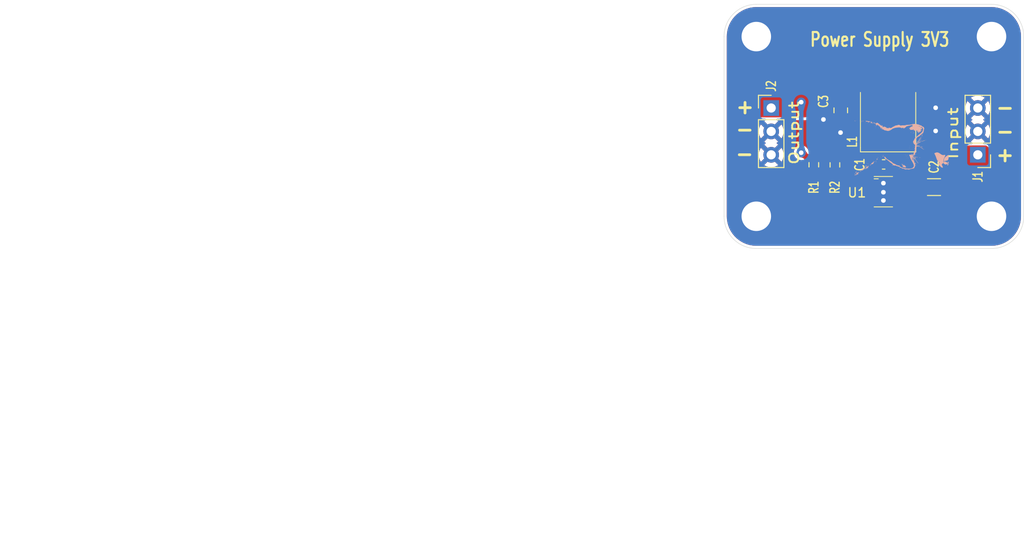
<source format=kicad_pcb>
(kicad_pcb (version 20241229) (generator "pcbnew") (generator_version "9.0")
  (layers (0 "F.Cu" signal) (2 "B.Cu" signal) (13 "F.Paste" user) (15 "B.Paste" user) (5 "F.SilkS" user "F.Silkscreen") (7 "B.SilkS" user "B.Silkscreen") (1 "F.Mask" user) (3 "B.Mask" user) (25 "Edge.Cuts" user))
  (net 0 "")
  (net 1 "GND")
  (net 2 "Net-(U1-FB)")
  (net 3 "/VIN")
  (net 4 "/VOUT")
  (net 5 "/SW")
  (net 6 "/CB")
  (footprint "PowerSupply:R_0603_1608Metric" (layer "F.Cu") (at 110.236 36.4104 -90)
    (property "Reference" "R1" (at 2.4516 0 90) (layer "F.SilkS") (effects (font (size 1 0.7) (thickness 0.15) (bold yes))))
    (property "Value" "51k")
    (pad "1" smd roundrect (at -0.825 0 270) (size 0.8 0.95) (layers "F.Cu" "F.Mask" "F.Paste") (net 4 "/VOUT"))
    (pad "2" smd roundrect (at 0.825 0 270) (size 0.8 0.95) (layers "F.Cu" "F.Mask" "F.Paste") (net 2 "Net-(U1-FB)"))
  )
  (footprint "PowerSupply:MountingHole_3.2mm_M3_DIN965_Pad" (layer "F.Cu") (at 129.5 22.5)
    (property "Reference" "H2" (hide yes))
    (property "Value" "M 3.2")
    (pad "1" thru_hole circle (at 0 0) (size 5.6 5.6) (drill 3.2) (layers "*.Cu" "*.Mask") (net 1 "GND"))
  )
  (footprint "PowerSupply:PinHeader_1x03_P2.54mm_Vertical" (layer "F.Cu") (at 105.6132 30.2514)
    (property "Reference" "J2" (at 0 -2.38 90) (layer "F.SilkS") (effects (font (size 1 0.7) (thickness 0.15) (bold yes))))
    (property "Value" "1x3")
    (pad "1" thru_hole rect (at 0 0) (size 1.7 1.7) (drill 1) (layers "*.Cu" "*.Mask") (net 4 "/VOUT"))
    (pad "2" thru_hole circle (at 0 2.54) (size 1.7 1.7) (drill 1) (layers "*.Cu" "*.Mask") (net 1 "GND"))
    (pad "3" thru_hole circle (at 0 5.08) (size 1.7 1.7) (drill 1) (layers "*.Cu" "*.Mask") (net 1 "GND"))
  )
  (footprint "PowerSupply:R_0603_1608Metric" (layer "F.Cu") (at 112.522 36.4236 90)
    (property "Reference" "R2" (at -2.4384 0 90) (layer "F.SilkS") (effects (font (size 1 0.7) (thickness 0.15) (bold yes))))
    (property "Value" "22k")
    (pad "1" smd roundrect (at -0.825 0 90) (size 0.8 0.95) (layers "F.Cu" "F.Mask" "F.Paste") (net 2 "Net-(U1-FB)"))
    (pad "2" smd roundrect (at 0.825 0 90) (size 0.8 0.95) (layers "F.Cu" "F.Mask" "F.Paste") (net 1 "GND"))
  )
  (footprint "PowerSupply:MountingHole_3.2mm_M3_DIN965_Pad" (layer "F.Cu") (at 104 42)
    (property "Reference" "H3" (hide yes))
    (property "Value" "M 3.2")
    (pad "1" thru_hole circle (at 0 0) (size 5.6 5.6) (drill 3.2) (layers "*.Cu" "*.Mask") (net 1 "GND"))
  )
  (footprint "PowerSupply:MountingHole_3.2mm_M3_DIN965_Pad" (layer "F.Cu") (at 104 22.5)
    (property "Reference" "H1" (hide yes))
    (property "Value" "M 3.2")
    (pad "1" thru_hole circle (at 0 0) (size 5.6 5.6) (drill 3.2) (layers "*.Cu" "*.Mask") (net 1 "GND"))
  )
  (footprint "PowerSupply:C_0805_2012Metric" (layer "F.Cu") (at 113.157 30.5054 -90)
    (property "Reference" "C3" (at -0.9652 1.8796 270) (layer "F.SilkS") (effects (font (size 1 0.7) (thickness 0.15) (bold yes))))
    (property "Value" "22u 10V")
    (pad "1" smd roundrect (at -0.95 0 270) (size 1 1.45) (layers "F.Cu" "F.Mask" "F.Paste") (net 4 "/VOUT"))
    (pad "2" smd roundrect (at 0.95 0 270) (size 1 1.45) (layers "F.Cu" "F.Mask" "F.Paste") (net 1 "GND"))
  )
  (footprint "PowerSupply:C_1206_3216Metric" (layer "F.Cu") (at 123.2662 38.8366)
    (property "Reference" "C2" (at 0 -2.1844 90) (layer "F.SilkS") (effects (font (size 1 0.7) (thickness 0.15) (bold yes))))
    (property "Value" "2.2u 50V")
    (pad "1" smd roundrect (at -1.475 0) (size 1.15 1.8) (layers "F.Cu" "F.Mask" "F.Paste") (roundrect_rratio 0.217391) (net 3 "/VIN"))
    (pad "2" smd roundrect (at 1.475 0) (size 1.15 1.8) (layers "F.Cu" "F.Mask" "F.Paste") (roundrect_rratio 0.217391) (net 1 "GND"))
  )
  (footprint "PowerSupply:MountingHole_3.2mm_M3_DIN965_Pad" (layer "F.Cu") (at 129.5 42)
    (property "Reference" "H4" (hide yes))
    (property "Value" "M 3.2")
    (pad "1" thru_hole circle (at 0 0) (size 5.6 5.6) (drill 3.2) (layers "*.Cu" "*.Mask") (net 1 "GND"))
  )
  (footprint "PowerSupply:C_0603_1608Metric" (layer "F.Cu") (at 117.8052 36.3728)
    (property "Reference" "C1" (at -2.5908 0.0254 90) (layer "F.SilkS") (effects (font (size 1 0.7) (thickness 0.15) (bold yes))))
    (property "Value" "100n 25V")
    (pad "1" smd roundrect (at -0.775 0) (size 0.9 0.95) (layers "F.Cu" "F.Mask" "F.Paste") (net 6 "/CB"))
    (pad "2" smd roundrect (at 0.775 0) (size 0.9 0.95) (layers "F.Cu" "F.Mask" "F.Paste") (net 5 "/SW"))
  )
  (footprint "PowerSupply:SOT-23-6" (layer "F.Cu") (at 117.7748 39.3344)
    (property "Reference" "U1" (at -2.867 0.107 0) (layer "F.SilkS"))
    (property "Value" "LMR50410")
    (pad "1" smd roundrect (at -1.3 -0.95) (size 1.1 0.6) (layers "F.Cu" "F.Mask" "F.Paste") (roundrect_rratio 0.05) (net 6 "/CB") (clearance 0))
    (pad "2" smd roundrect (at -1.3 0) (size 1.1 0.6) (layers "F.Cu" "F.Mask" "F.Paste") (roundrect_rratio 0.05) (net 1 "GND") (clearance 0))
    (pad "3" smd roundrect (at -1.3 0.95) (size 1.1 0.6) (layers "F.Cu" "F.Mask" "F.Paste") (roundrect_rratio 0.05) (net 2 "Net-(U1-FB)") (clearance 0))
    (pad "4" smd roundrect (at 1.3 0.95) (size 1.1 0.6) (layers "F.Cu" "F.Mask" "F.Paste") (roundrect_rratio 0.05) (net 3 "/VIN") (clearance 0))
    (pad "5" smd roundrect (at 1.3 0) (size 1.1 0.6) (layers "F.Cu" "F.Mask" "F.Paste") (roundrect_rratio 0.05) (net 3 "/VIN") (clearance 0))
    (pad "6" smd roundrect (at 1.3 -0.95) (size 1.1 0.6) (layers "F.Cu" "F.Mask" "F.Paste") (roundrect_rratio 0.05) (net 5 "/SW") (clearance 0))
  )
  (footprint "PowerSupply:PinHeader_1x03_P2.54mm_Vertical" (layer "F.Cu") (at 128.016 35.3314 180)
    (property "Reference" "J1" (at 0 -2.38 90) (layer "F.SilkS") (effects (font (size 1 0.7) (thickness 0.15) (bold yes))))
    (property "Value" "1x3")
    (pad "1" thru_hole rect (at 0 0 180) (size 1.7 1.7) (drill 1) (layers "*.Cu" "*.Mask") (net 3 "/VIN"))
    (pad "2" thru_hole circle (at 0 2.54 180) (size 1.7 1.7) (drill 1) (layers "*.Cu" "*.Mask") (net 1 "GND"))
    (pad "3" thru_hole circle (at 0 5.08 180) (size 1.7 1.7) (drill 1) (layers "*.Cu" "*.Mask") (net 1 "GND"))
  )
  (footprint "PowerSupply:L_VLS6045EX" (layer "F.Cu") (at 118.2878 31.5613 90)
    (property "Reference" "L1" (at -2.354 -3.8862 90) (layer "F.SilkS") (effects (font (size 1 0.7) (thickness 0.15) (bold yes))))
    (property "Value" "10u 3.4A")
    (pad "1" smd rect (at -2.1 0 90) (size 1.9 5.1) (layers "F.Cu" "F.Mask" "F.Paste") (net 5 "/SW") (clearance 0))
    (pad "2" smd rect (at 2.1 0 90) (size 1.9 5.1) (layers "F.Cu" "F.Mask" "F.Paste") (net 4 "/VOUT") (clearance 0))
  )
  (footprint "PowerSupply:Logo_Cat" (layer "B.Cu") (at 120.62759 34.564148 90)
    (property "Reference" "Logo2" (hide yes))
    (property "Value" "~" (hide yes))
  )
  (gr_line (start 100.5 22.5) (end 100.5 42) (stroke (width 0.05)) (layer "Edge.Cuts"))
  (gr_line (start 133 22.5) (end 133 42) (stroke (width 0.05)) (layer "Edge.Cuts"))
  (gr_arc (start 133 42) (mid 131.974874 44.474874) (end 129.5 45.5) (stroke (width 0.05)) (layer "Edge.Cuts"))
  (gr_line (start 129.5 45.5) (end 104 45.5) (stroke (width 0.05)) (layer "Edge.Cuts"))
  (gr_arc (start 129.5 18.999565) (mid 131.975181 20.024819) (end 133.000435 22.5) (stroke (width 0.05)) (layer "Edge.Cuts"))
  (gr_arc (start 100.5 22.5) (mid 101.525126 20.025126) (end 104 19) (stroke (width 0.05)) (layer "Edge.Cuts"))
  (gr_arc (start 104 45.5) (mid 101.525126 44.474874) (end 100.5 42) (stroke (width 0.05)) (layer "Edge.Cuts"))
  (gr_line (start 104 19) (end 129.5 19) (stroke (width 0.05)) (layer "Edge.Cuts"))
  (gr_text "+" (at 101.6508 30.988 0) (layer "F.SilkS") (effects (font (size 1.5 1.5) (thickness 0.3) (bold yes)) (justify left bottom)))
  (gr_text "Output" (at 108.6866 36.5252 90) (layer "F.SilkS") (effects (font (size 1 1.4) (thickness 0.2) (bold yes)) (justify left bottom)))
  (gr_text "-" (at 101.6254 33.4264 0) (layer "F.SilkS") (effects (font (size 1.5 1.5) (thickness 0.3) (bold yes)) (justify left bottom)))
  (gr_text "-" (at 101.6 36.0934 0) (layer "F.SilkS") (effects (font (size 1.5 1.5) (thickness 0.3) (bold yes)) (justify left bottom)))
  (gr_text "-" (at 129.8448 33.655 0) (layer "F.SilkS") (effects (font (size 1.5 1.5) (thickness 0.3) (bold yes)) (justify left bottom)))
  (gr_text "Input" (at 125.9332 35.9664 90) (layer "F.SilkS") (effects (font (size 1 1.5) (thickness 0.2) (bold yes)) (justify left bottom)))
  (gr_text "Power Supply 3V3" (at 109.7135 23.6982 0) (layer "F.SilkS") (effects (font (size 1.5 1.1) (thickness 0.23)) (justify left bottom)))
  (gr_text "-" (at 129.8448 31.0642 0) (layer "F.SilkS") (effects (font (size 1.5 1.5) (thickness 0.3) (bold yes)) (justify left bottom)))
  (gr_text "+" (at 129.8448 36.195 0) (layer "F.SilkS") (effects (font (size 1.5 1.5) (thickness 0.3) (bold yes)) (justify left bottom)))
  (via (at 123.444 30.226) (size 1) (drill 0.5) (layers "F.Cu" "B.Cu") (net 1))
  (via (at 117.7798 38.4048) (size 1) (drill 0.5) (layers "F.Cu" "B.Cu") (net 1))
  (via (at 117.7798 40.2844) (size 1) (drill 0.5) (layers "F.Cu" "B.Cu") (net 1))
  (via (at 123.444 32.7406) (size 1) (drill 0.5) (layers "F.Cu" "B.Cu") (net 1))
  (via (at 113.1316 32.9184) (size 1) (drill 0.5) (layers "F.Cu" "B.Cu") (net 1))
  (via (at 111.2774 31.496) (size 1) (drill 0.5) (layers "F.Cu" "B.Cu") (net 1))
  (via (at 117.7798 39.3954) (size 1) (drill 0.5) (layers "F.Cu" "B.Cu") (net 1))
  (segment (start 110.236 37.2354) (end 112.5088 37.2354) (width 0.5) (layer "F.Cu") (net 2))
  (segment (start 112.5088 37.2354) (end 112.522 37.2486) (width 0.5) (layer "F.Cu") (net 2))
  (segment (start 112.522 37.2486) (end 112.522 39.9542) (width 0.5) (layer "F.Cu") (net 2))
  (segment (start 112.522 39.9542) (end 112.8522 40.2844) (width 0.5) (layer "F.Cu") (net 2))
  (segment (start 112.8522 40.2844) (end 116.4748 40.2844) (width 0.5) (layer "F.Cu") (net 2))
  (segment (start 110.236 35.5854) (end 109.347 35.5854) (width 0.5) (layer "F.Cu") (net 4))
  (segment (start 109.347 35.5854) (end 108.8644 35.1028) (width 0.5) (layer "F.Cu") (net 4))
  (via (at 108.8644 35.1028) (size 1) (drill 0.5) (layers "F.Cu" "B.Cu") (net 4))
  (via (at 108.8644 29.6164) (size 1) (drill 0.5) (layers "F.Cu" "B.Cu") (net 4))
  (segment (start 108.8644 29.6164) (end 108.8644 35.1028) (width 0.5) (layer "B.Cu") (net 4))
  (segment (start 116.3828 36.3728) (end 116.954 36.3728) (width 0.2) (layer "F.Cu") (net 6))
  (segment (start 116.4748 38.3844) (end 115.9764 37.886) (width 0.2) (layer "F.Cu") (net 6))
  (segment (start 115.9764 36.7792) (end 116.3828 36.3728) (width 0.2) (layer "F.Cu") (net 6))
  (segment (start 115.9764 37.886) (end 115.9764 36.7792) (width 0.2) (layer "F.Cu") (net 6))
  (zone (net 3) (net_name "/VIN") (layer "F.Cu") (priority 5) (connect_pads yes (clearance 0.3)) (min_thickness 0.25) (fill yes (thermal_gap 0.5) (thermal_bridge_width 0.5) (smoothing fillet) (radius 0.25))
    (polygon (pts (xy 129.2098 34.5694) (xy 128.9558 34.3154) (xy 126.9238 34.3154) (xy 126.6698 34.5694) (xy 126.6698 35.3314) (xy 126.467233 35.5854) (xy 121.6406 35.5854) (xy 120.5738 35.6108) (xy 120.0658 36.0934) (xy 120.0658 38.862) (xy 119.888 39.0398) (xy 118.5418 39.044879) (xy 118.5164 40.6654) (xy 122.095708 40.6654) (xy 122.611219 40.146604) (xy 122.6058 37.1094) (xy 122.8598 36.8554) (xy 128.9558 36.8554) (xy 129.1844 36.6014)))
  )
  (zone (net 4) (net_name "/VOUT") (layer "F.Cu") (priority 5) (connect_pads yes (clearance 0.3)) (min_thickness 0.25) (fill yes (thermal_gap 0.5) (thermal_bridge_width 0.5) (smoothing fillet) (radius 0.25))
    (polygon (pts (xy 120.8786 28.4734) (xy 104.3686 28.4734) (xy 104.1146 28.7274) (xy 104.1146 31.0134) (xy 104.3686 31.2674) (xy 109.3978 31.2674) (xy 110.4138 30.2514) (xy 110.9726 30.2514) (xy 112.2426 30.2514) (xy 115.2906 30.2514) (xy 115.5446 30.5054) (xy 120.8786 30.5054)))
  )
  (zone (net 0) (net_name "") (layer "F.Cu") (connect_pads (clearance 0)) (min_thickness 0.2)
    (keepout (tracks allowed) (vias allowed) (pads allowed) (copperpour not_allowed) (footprints allowed))
    (fill (thermal_gap 0.5) (thermal_bridge_width 0.5))
    (polygon (pts (xy 109.4232 36.0934) (xy 109.4232 37.9476) (xy 110.5916 37.9476) (xy 110.5916 36.7284) (xy 110.9726 36.7284) (xy 110.998 36.7538) (xy 110.998 35.8902) (xy 110.9726 35.8648) (xy 110.8456 35.8648) (xy 110.617 36.0934)))
  )
  (zone (net 5) (net_name "/SW") (layer "F.Cu") (priority 5) (connect_pads yes (clearance 0.25)) (min_thickness 0.25) (fill yes (thermal_gap 0.5) (thermal_bridge_width 0.5) (smoothing fillet) (radius 0.25))
    (polygon (pts (xy 120.8278 32.7152) (xy 115.7224 32.7152) (xy 115.7224 34.6202) (xy 118.0846 34.6202) (xy 118.0846 36.7284) (xy 118.3132 36.957) (xy 118.491 36.957) (xy 118.5418 37.0078) (xy 118.5418 37.719) (xy 118.5418 38.6588) (xy 119.6086 38.6588) (xy 119.6086 37.338) (xy 119.634 34.6202) (xy 120.8278 34.6202)))
  )
  (zone (net 0) (net_name "") (layer "F.Cu") (connect_pads (clearance 0)) (min_thickness 0.25)
    (keepout (tracks allowed) (vias allowed) (pads allowed) (copperpour not_allowed) (footprints allowed))
    (fill (thermal_gap 0.5) (thermal_bridge_width 0.5))
    (polygon (pts (xy 116.3828 36.8554) (xy 116.3828 37.1348) (xy 118.5418 37.1348) (xy 118.5418 36.8554)))
  )
  (zone (net 0) (net_name "") (layer "F.Cu") (connect_pads (clearance 0)) (min_thickness 0.2)
    (keepout (tracks allowed) (vias allowed) (pads allowed) (copperpour not_allowed) (footprints allowed))
    (fill (thermal_gap 0.5) (thermal_bridge_width 0.5))
    (polygon (pts (xy 111.0234 35.3568) (xy 111.0234 34.8742) (xy 109.5502 34.8742) (xy 109.5502 35.052) (xy 109.5756 35.0774) (xy 110.8202 35.0774) (xy 110.871 35.1282) (xy 110.871 35.3568)))
  )
  (zone (net 0) (net_name "") (layer "F.Cu") (connect_pads (clearance 0)) (min_thickness 0.25)
    (keepout (tracks allowed) (vias allowed) (pads allowed) (copperpour not_allowed) (footprints allowed))
    (fill (thermal_gap 0.5) (thermal_bridge_width 0.5))
    (polygon (pts (xy 115.4684 30.6324) (xy 121.05692 30.6324) (xy 121.06 32.5882) (xy 115.4684 32.5882)))
  )
  (zone (net 1) (net_name "GND") (layers "F.Cu" "B.Cu") (priority 1) (connect_pads (clearance 0.3)) (min_thickness 0.2) (fill yes (thermal_gap 0.5) (thermal_bridge_width 0.5))
    (polygon (pts (xy 100.508 19.008) (xy 100.5078 45.4914) (xy 132.9944 45.515324) (xy 132.993576 19.008)))
  )
)
</source>
